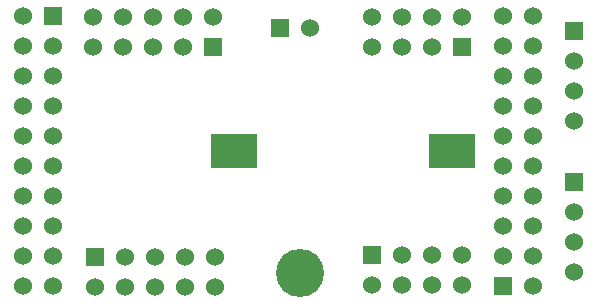
<source format=gbs>
G04 (created by PCBNEW (2013-may-18)-stable) date Сб 14 ноя 2015 13:08:16*
%MOIN*%
G04 Gerber Fmt 3.4, Leading zero omitted, Abs format*
%FSLAX34Y34*%
G01*
G70*
G90*
G04 APERTURE LIST*
%ADD10C,0.00590551*%
%ADD11R,0.06X0.06*%
%ADD12C,0.06*%
%ADD13R,0.15748X0.11811*%
%ADD14C,0.16*%
G04 APERTURE END LIST*
G54D10*
G54D11*
X31606Y-19791D03*
G54D12*
X31606Y-18791D03*
X30606Y-19791D03*
X30606Y-18791D03*
X29606Y-19791D03*
X29606Y-18791D03*
X28606Y-19791D03*
X28606Y-18791D03*
X27606Y-19791D03*
X27606Y-18791D03*
G54D11*
X27685Y-26783D03*
G54D12*
X27685Y-27783D03*
X28685Y-26783D03*
X28685Y-27783D03*
X29685Y-26783D03*
X29685Y-27783D03*
X30685Y-26783D03*
X30685Y-27783D03*
X31685Y-26783D03*
X31685Y-27783D03*
G54D11*
X36925Y-26744D03*
G54D12*
X36925Y-27744D03*
X37925Y-26744D03*
X37925Y-27744D03*
X38925Y-26744D03*
X38925Y-27744D03*
X39925Y-26744D03*
X39925Y-27744D03*
G54D11*
X39925Y-19791D03*
G54D12*
X39925Y-18791D03*
X38925Y-19791D03*
X38925Y-18791D03*
X37925Y-19791D03*
X37925Y-18791D03*
X36925Y-19791D03*
X36925Y-18791D03*
G54D11*
X43661Y-19248D03*
G54D12*
X43661Y-20248D03*
X43661Y-21248D03*
X43661Y-22248D03*
G54D11*
X33830Y-19173D03*
G54D12*
X34830Y-19173D03*
G54D11*
X41287Y-27767D03*
G54D12*
X42287Y-27767D03*
X41287Y-26767D03*
X42287Y-26767D03*
X41287Y-25767D03*
X42287Y-25767D03*
X41287Y-24767D03*
X42287Y-24767D03*
X41287Y-23767D03*
X42287Y-23767D03*
X41287Y-22767D03*
X42287Y-22767D03*
X41287Y-21767D03*
X42287Y-21767D03*
X41287Y-20767D03*
X42287Y-20767D03*
X41287Y-19767D03*
X42287Y-19767D03*
X41287Y-18767D03*
X42287Y-18767D03*
G54D11*
X26287Y-18767D03*
G54D12*
X25287Y-18767D03*
X26287Y-19767D03*
X25287Y-19767D03*
X26287Y-20767D03*
X25287Y-20767D03*
X26287Y-21767D03*
X25287Y-21767D03*
X26287Y-22767D03*
X25287Y-22767D03*
X26287Y-23767D03*
X25287Y-23767D03*
X26287Y-24767D03*
X25287Y-24767D03*
X26287Y-25767D03*
X25287Y-25767D03*
X26287Y-26767D03*
X25287Y-26767D03*
X26287Y-27767D03*
X25287Y-27767D03*
G54D13*
X32303Y-23248D03*
X39586Y-23248D03*
G54D14*
X34527Y-27322D03*
G54D11*
X43661Y-24287D03*
G54D12*
X43661Y-25287D03*
X43661Y-26287D03*
X43661Y-27287D03*
M02*

</source>
